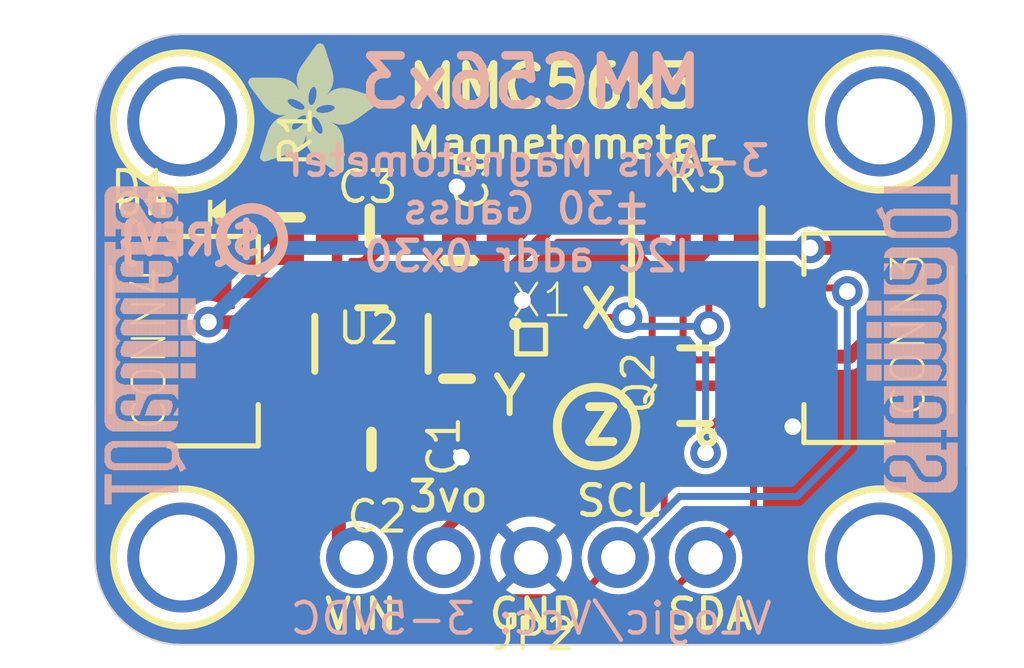
<source format=kicad_pcb>
(kicad_pcb (version 20221018) (generator pcbnew)
  (layers (0 "F.Cu" signal) (31 "B.Cu" signal) (34 "B.Paste" user) (35 "F.Paste" user) (36 "B.SilkS" user "B.Silkscreen") (37 "F.SilkS" user "F.Silkscreen") (38 "B.Mask" user) (39 "F.Mask" user) (44 "Edge.Cuts" user))
  (net 0 "")
  (net 1 "GND")
  (net 2 "3.3V")
  (net 3 "VCC")
  (net 4 "N$1")
  (net 5 "SDA_3V")
  (net 6 "SCL_3V")
  (net 7 "SCL")
  (net 8 "SDA")
  (footprint "working:CHIPLED_0603_NOOUTLINE" (layer "F.Cu") (at 139.3571 101.3206 90)
    (fp_text reference "D1" (at 0.762 -1.27) (layer "F.SilkS") (effects (font (size 0.896031 0.896031) (thickness 0.119969)) (justify right)))
    (fp_text value "GREEN")
    (pad "A" smd rect (at 0 0.75 90) (size 0.8 0.8) (layers "F.Cu" "F.Paste" "F.Mask") (net 4 "N$1"))
    (pad "C" smd rect (at 0 -0.75 90) (size 0.8 0.8) (layers "F.Cu" "F.Paste" "F.Mask") (net 1 "GND"))
  )
  (footprint "working:FIDUCIAL_1MM" (layer "F.Cu") (at 141.2621 108.6866)
    (fp_text reference "FID3" hide)
    (fp_text value "FIDUCIAL_1MM" hide)
    (pad "1" smd roundrect (at 0 0) (size 1 1) (layers "F.Cu" "F.Mask") (roundrect_rratio 0.5))
  )
  (footprint "working:RESPACK_4X0603" (layer "F.Cu") (at 153.3271 102.5906 180)
    (fp_text reference "R3" (at -0.965 2.337) (layer "F.SilkS") (effects (font (size 0.896031 0.896031) (thickness 0.119969)) (justify right)))
    (fp_text value "10K")
    (pad "1" smd rect (at -1.3 0.85 180) (size 0.45 0.9) (layers "F.Cu" "F.Paste" "F.Mask") (net 3 "VCC"))
    (pad "2" smd rect (at -0.4 0.85 180) (size 0.45 0.9) (layers "F.Cu" "F.Paste" "F.Mask") (net 2 "3.3V"))
    (pad "3" smd rect (at 0.4 0.85 180) (size 0.45 0.9) (layers "F.Cu" "F.Paste" "F.Mask") (net 3 "VCC"))
    (pad "4" smd rect (at 1.3 0.85 180) (size 0.45 0.9) (layers "F.Cu" "F.Paste" "F.Mask") (net 2 "3.3V"))
    (pad "5" smd rect (at 1.3 -0.85 180) (size 0.45 0.9) (layers "F.Cu" "F.Paste" "F.Mask") (net 5 "SDA_3V"))
    (pad "6" smd rect (at 0.4 -0.85 180) (size 0.45 0.9) (layers "F.Cu" "F.Paste" "F.Mask") (net 8 "SDA"))
    (pad "7" smd rect (at -0.4 -0.85 180) (size 0.45 0.9) (layers "F.Cu" "F.Paste" "F.Mask") (net 6 "SCL_3V"))
    (pad "8" smd rect (at -1.3 -0.85 180) (size 0.45 0.9) (layers "F.Cu" "F.Paste" "F.Mask") (net 7 "SCL"))
  )
  (footprint "working:MOUNTINGHOLE_2.5_PLATED" (layer "F.Cu") (at 158.6611 98.6536)
    (fp_text reference "U$17" hide)
    (fp_text value "MOUNTINGHOLE2.5" hide)
    (pad "P$1" thru_hole circle (at 0 0) (size 3.2 3.2) (drill 2.5) (layers "*.Cu" "*.Mask"))
    (zone (net 0) (net_name "") (layer "F.Cu") (connect_pads (clearance 0)) (min_thickness 0.25)
      (keepout (tracks not_allowed) (vias not_allowed) (pads not_allowed) (copperpour not_allowed) (footprints allowed))
      (fill (thermal_gap 0.5) (thermal_bridge_width 0.5))
      (polygon (pts (xy 160.6771 98.6536) (xy 160.65748 98.373027) (xy 160.599004 98.097915) (xy 160.502808 97.833619) (xy 160.370765 97.585283) (xy 160.205446 97.35774) (xy 160.010067 97.15542) (xy 159.788433 96.98226) (xy 159.544856 96.841631) (xy 159.284078 96.73627) (xy 159.011175 96.668228) (xy 158.731457 96.638828) (xy 158.450371 96.648644) (xy 158.173385 96.697484) (xy 157.905893 96.784397) (xy 157.6531 96.907693) (xy 157.419926 97.06497) (xy 157.210911 97.253169) (xy 157.030122 97.468625) (xy 156.881078 97.707145) (xy 156.76668 97.964087) (xy 156.689154 98.23445) (xy 156.650011 98.512971) (xy 156.650011 98.794229) (xy 156.689154 99.07275) (xy 156.76668 99.343113) (xy 156.881078 99.600055) (xy 157.030122 99.838575) (xy 157.210911 100.054031) (xy 157.419926 100.24223) (xy 157.6531 100.399507) (xy 157.905893 100.522803) (xy 158.173385 100.609716) (xy 158.450371 100.658556) (xy 158.731457 100.668372) (xy 159.011175 100.638972) (xy 159.284078 100.57093) (xy 159.544856 100.465569) (xy 159.788433 100.32494) (xy 160.010067 100.15178) (xy 160.205446 99.94946) (xy 160.370765 99.721917) (xy 160.502808 99.473581) (xy 160.599004 99.209285) (xy 160.65748 98.934173)))
      (polygon (pts (xy 158.6451 98.6536) (xy 158.649786 98.664914) (xy 158.6611 98.6696) (xy 158.672414 98.664914) (xy 158.6771 98.6536) (xy 158.672414 98.642286) (xy 158.6611 98.6376) (xy 158.649786 98.642286)))
    )
    (zone (net 0) (net_name "") (layer "B.Cu") (connect_pads (clearance 0)) (min_thickness 0.25)
      (keepout (tracks not_allowed) (vias not_allowed) (pads not_allowed) (copperpour not_allowed) (footprints allowed))
      (fill (thermal_gap 0.5) (thermal_bridge_width 0.5))
      (polygon (pts (xy 160.6771 98.6536) (xy 160.65748 98.373027) (xy 160.599004 98.097915) (xy 160.502808 97.833619) (xy 160.370765 97.585283) (xy 160.205446 97.35774) (xy 160.010067 97.15542) (xy 159.788433 96.98226) (xy 159.544856 96.841631) (xy 159.284078 96.73627) (xy 159.011175 96.668228) (xy 158.731457 96.638828) (xy 158.450371 96.648644) (xy 158.173385 96.697484) (xy 157.905893 96.784397) (xy 157.6531 96.907693) (xy 157.419926 97.06497) (xy 157.210911 97.253169) (xy 157.030122 97.468625) (xy 156.881078 97.707145) (xy 156.76668 97.964087) (xy 156.689154 98.23445) (xy 156.650011 98.512971) (xy 156.650011 98.794229) (xy 156.689154 99.07275) (xy 156.76668 99.343113) (xy 156.881078 99.600055) (xy 157.030122 99.838575) (xy 157.210911 100.054031) (xy 157.419926 100.24223) (xy 157.6531 100.399507) (xy 157.905893 100.522803) (xy 158.173385 100.609716) (xy 158.450371 100.658556) (xy 158.731457 100.668372) (xy 159.011175 100.638972) (xy 159.284078 100.57093) (xy 159.544856 100.465569) (xy 159.788433 100.32494) (xy 160.010067 100.15178) (xy 160.205446 99.94946) (xy 160.370765 99.721917) (xy 160.502808 99.473581) (xy 160.599004 99.209285) (xy 160.65748 98.934173)))
      (polygon (pts (xy 158.6451 98.6536) (xy 158.649786 98.664914) (xy 158.6611 98.6696) (xy 158.672414 98.664914) (xy 158.6771 98.6536) (xy 158.672414 98.642286) (xy 158.6611 98.6376) (xy 158.649786 98.642286)))
    )
  )
  (footprint "working:WLP-4" (layer "F.Cu") (at 148.5011 105.0036)
    (fp_text reference "X1" (at -0.635 -1.143) (layer "F.SilkS") (effects (font (size 0.941222 0.941222) (thickness 0.074778)) (justify left)))
    (fp_text value "MMC56X3")
    (pad "1A" smd roundrect (at -0.2 -0.2) (size 0.23 0.23) (layers "F.Cu" "F.Paste" "F.Mask") (roundrect_rratio 0.5) (net 1 "GND"))
    (pad "1B" smd roundrect (at -0.2 0.2) (size 0.23 0.23) (layers "F.Cu" "F.Paste" "F.Mask") (roundrect_rratio 0.5) (net 2 "3.3V"))
    (pad "2A" smd roundrect (at 0.2 -0.2) (size 0.23 0.23) (layers "F.Cu" "F.Paste" "F.Mask") (roundrect_rratio 0.5) (net 6 "SCL_3V"))
    (pad "2B" smd roundrect (at 0.2 0.2) (size 0.23 0.23) (layers "F.Cu" "F.Paste" "F.Mask") (roundrect_rratio 0.5) (net 5 "SDA_3V"))
  )
  (footprint "working:FIDUCIAL_1MM" (layer "F.Cu") (at 156.2481 100.7745)
    (fp_text reference "FID4" hide)
    (fp_text value "FIDUCIAL_1MM" hide)
    (pad "1" smd roundrect (at 0 0) (size 1 1) (layers "F.Cu" "F.Mask") (roundrect_rratio 0.5))
  )
  (footprint "working:JST_SH4" (layer "F.Cu") (at 138.3411 105.0036 -90)
    (fp_text reference "CONN4" (at -2.187 0.958 90) (layer "F.SilkS") (effects (font (size 0.941222 0.941222) (thickness 0.074778)) (justify right)))
    (fp_text value "STEMMA_I2C_QT" hide)
    (pad "1" smd rect (at -1.5 -2.514) (size 1.55 0.6) (layers "F.Cu" "F.Paste" "F.Mask") (net 1 "GND"))
    (pad "2" smd rect (at -0.5 -2.514) (size 1.55 0.6) (layers "F.Cu" "F.Paste" "F.Mask") (net 3 "VCC"))
    (pad "3" smd rect (at 0.5 -2.514) (size 1.55 0.6) (layers "F.Cu" "F.Paste" "F.Mask") (net 8 "SDA"))
    (pad "4" smd rect (at 1.5 -2.514) (size 1.55 0.6) (layers "F.Cu" "F.Paste" "F.Mask") (net 7 "SCL"))
    (pad "MT1" smd rect (at -2.8 1.386) (size 1.8 1.2) (layers "F.Cu" "F.Paste" "F.Mask") (net 1 "GND"))
    (pad "MT2" smd rect (at 2.8 1.386) (size 1.8 1.2) (layers "F.Cu" "F.Paste" "F.Mask") (net 1 "GND"))
  )
  (footprint "working:SOT23-5" (layer "F.Cu") (at 143.8529 105.1306)
    (fp_text reference "U2" (at 0.8922 -0.4572) (layer "F.SilkS") (effects (font (size 0.896031 0.896031) (thickness 0.119969)) (justify right)))
    (fp_text value "AP2112K-3.3")
    (pad "1" smd rect (at -0.95 1.3001) (size 0.55 1.2) (layers "F.Cu" "F.Paste" "F.Mask") (net 3 "VCC"))
    (pad "2" smd rect (at 0 1.3001) (size 0.55 1.2) (layers "F.Cu" "F.Paste" "F.Mask") (net 1 "GND"))
    (pad "3" smd rect (at 0.95 1.3001) (size 0.55 1.2) (layers "F.Cu" "F.Paste" "F.Mask") (net 3 "VCC"))
    (pad "4" smd rect (at 0.95 -1.3001) (size 0.55 1.2) (layers "F.Cu" "F.Paste" "F.Mask"))
    (pad "5" smd rect (at -0.95 -1.3001) (size 0.55 1.2) (layers "F.Cu" "F.Paste" "F.Mask") (net 2 "3.3V"))
  )
  (footprint "working:MOUNTINGHOLE_2.5_PLATED" (layer "F.Cu") (at 138.3411 98.6536)
    (fp_text reference "U$1" hide)
    (fp_text value "MOUNTINGHOLE2.5" hide)
    (pad "P$1" thru_hole circle (at 0 0) (size 3.2 3.2) (drill 2.5) (layers "*.Cu" "*.Mask"))
    (zone (net 0) (net_name "") (layer "F.Cu") (connect_pads (clearance 0)) (min_thickness 0.25)
      (keepout (tracks not_allowed) (vias not_allowed) (pads not_allowed) (copperpour not_allowed) (footprints allowed))
      (fill (thermal_gap 0.5) (thermal_bridge_width 0.5))
      (polygon (pts (xy 140.3571 98.6536) (xy 140.33748 98.373027) (xy 140.279004 98.097915) (xy 140.182808 97.833619) (xy 140.050765 97.585283) (xy 139.885446 97.35774) (xy 139.690067 97.15542) (xy 139.468433 96.98226) (xy 139.224856 96.841631) (xy 138.964078 96.73627) (xy 138.691175 96.668228) (xy 138.411457 96.638828) (xy 138.130371 96.648644) (xy 137.853385 96.697484) (xy 137.585893 96.784397) (xy 137.3331 96.907693) (xy 137.099926 97.06497) (xy 136.890911 97.253169) (xy 136.710122 97.468625) (xy 136.561078 97.707145) (xy 136.44668 97.964087) (xy 136.369154 98.23445) (xy 136.330011 98.512971) (xy 136.330011 98.794229) (xy 136.369154 99.07275) (xy 136.44668 99.343113) (xy 136.561078 99.600055) (xy 136.710122 99.838575) (xy 136.890911 100.054031) (xy 137.099926 100.24223) (xy 137.3331 100.399507) (xy 137.585893 100.522803) (xy 137.853385 100.609716) (xy 138.130371 100.658556) (xy 138.411457 100.668372) (xy 138.691175 100.638972) (xy 138.964078 100.57093) (xy 139.224856 100.465569) (xy 139.468433 100.32494) (xy 139.690067 100.15178) (xy 139.885446 99.94946) (xy 140.050765 99.721917) (xy 140.182808 99.473581) (xy 140.279004 99.209285) (xy 140.33748 98.934173)))
      (polygon (pts (xy 138.3251 98.6536) (xy 138.329786 98.664914) (xy 138.3411 98.6696) (xy 138.352414 98.664914) (xy 138.3571 98.6536) (xy 138.352414 98.642286) (xy 138.3411 98.6376) (xy 138.329786 98.642286)))
    )
    (zone (net 0) (net_name "") (layer "B.Cu") (connect_pads (clearance 0)) (min_thickness 0.25)
      (keepout (tracks not_allowed) (vias not_allowed) (pads not_allowed) (copperpour not_allowed) (footprints allowed))
      (fill (thermal_gap 0.5) (thermal_bridge_width 0.5))
      (polygon (pts (xy 140.3571 98.6536) (xy 140.33748 98.373027) (xy 140.279004 98.097915) (xy 140.182808 97.833619) (xy 140.050765 97.585283) (xy 139.885446 97.35774) (xy 139.690067 97.15542) (xy 139.468433 96.98226) (xy 139.224856 96.841631) (xy 138.964078 96.73627) (xy 138.691175 96.668228) (xy 138.411457 96.638828) (xy 138.130371 96.648644) (xy 137.853385 96.697484) (xy 137.585893 96.784397) (xy 137.3331 96.907693) (xy 137.099926 97.06497) (xy 136.890911 97.253169) (xy 136.710122 97.468625) (xy 136.561078 97.707145) (xy 136.44668 97.964087) (xy 136.369154 98.23445) (xy 136.330011 98.512971) (xy 136.330011 98.794229) (xy 136.369154 99.07275) (xy 136.44668 99.343113) (xy 136.561078 99.600055) (xy 136.710122 99.838575) (xy 136.890911 100.054031) (xy 137.099926 100.24223) (xy 137.3331 100.399507) (xy 137.585893 100.522803) (xy 137.853385 100.609716) (xy 138.130371 100.658556) (xy 138.411457 100.668372) (xy 138.691175 100.638972) (xy 138.964078 100.57093) (xy 139.224856 100.465569) (xy 139.468433 100.32494) (xy 139.690067 100.15178) (xy 139.885446 99.94946) (xy 140.050765 99.721917) (xy 140.182808 99.473581) (xy 140.279004 99.209285) (xy 140.33748 98.934173)))
      (polygon (pts (xy 138.3251 98.6536) (xy 138.329786 98.664914) (xy 138.3411 98.6696) (xy 138.352414 98.664914) (xy 138.3571 98.6536) (xy 138.352414 98.642286) (xy 138.3411 98.6376) (xy 138.329786 98.642286)))
    )
  )
  (footprint "working:ADAFRUIT_3.5MM" (layer "F.Cu") (at 140.2461 100.1776)
    (fp_text reference "U$11" hide)
    (fp_text value "" hide)
  )
  (footprint "working:0603-NO" (layer "F.Cu") (at 141.3891 101.4476 -90)
    (fp_text reference "R1" (at -1.397 -0.254 90) (layer "F.SilkS") (effects (font (size 0.896031 0.896031) (thickness 0.119969)) (justify left)))
    (fp_text value "10K")
    (pad "1" smd rect (at -0.85 0 270) (size 1.075 1) (layers "F.Cu" "F.Paste" "F.Mask") (net 2 "3.3V"))
    (pad "2" smd rect (at 0.85 0 270) (size 1.075 1) (layers "F.Cu" "F.Paste" "F.Mask") (net 4 "N$1"))
  )
  (footprint "working:0805-NO" (layer "F.Cu") (at 143.8021 101.7016)
    (fp_text reference "C3" (at -1.016 -1.143) (layer "F.SilkS") (effects (font (size 0.896031 0.896031) (thickness 0.119969)) (justify left)))
    (fp_text value "10uF")
    (pad "1" smd rect (at -0.95 0) (size 1.24 1.5) (layers "F.Cu" "F.Paste" "F.Mask") (net 2 "3.3V"))
    (pad "2" smd rect (at 0.95 0) (size 1.24 1.5) (layers "F.Cu" "F.Paste" "F.Mask") (net 1 "GND"))
  )
  (footprint "working:MOUNTINGHOLE_2.5_PLATED" (layer "F.Cu") (at 158.6611 111.3536)
    (fp_text reference "U$4" hide)
    (fp_text value "MOUNTINGHOLE2.5" hide)
    (pad "P$1" thru_hole circle (at 0 0) (size 3.2 3.2) (drill 2.5) (layers "*.Cu" "*.Mask"))
    (zone (net 0) (net_name "") (layer "F.Cu") (connect_pads (clearance 0)) (min_thickness 0.25)
      (keepout (tracks not_allowed) (vias not_allowed) (pads not_allowed) (copperpour not_allowed) (footprints allowed))
      (fill (thermal_gap 0.5) (thermal_bridge_width 0.5))
      (polygon (pts (xy 160.6771 111.3536) (xy 160.65748 111.073027) (xy 160.599004 110.797915) (xy 160.502808 110.533619) (xy 160.370765 110.285283) (xy 160.205446 110.05774) (xy 160.010067 109.85542) (xy 159.788433 109.68226) (xy 159.544856 109.541631) (xy 159.284078 109.43627) (xy 159.011175 109.368228) (xy 158.731457 109.338828) (xy 158.450371 109.348644) (xy 158.173385 109.397484) (xy 157.905893 109.484397) (xy 157.6531 109.607693) (xy 157.419926 109.76497) (xy 157.210911 109.953169) (xy 157.030122 110.168625) (xy 156.881078 110.407145) (xy 156.76668 110.664087) (xy 156.689154 110.93445) (xy 156.650011 111.212971) (xy 156.650011 111.494229) (xy 156.689154 111.77275) (xy 156.76668 112.043113) (xy 156.881078 112.300055) (xy 157.030122 112.538575) (xy 157.210911 112.754031) (xy 157.419926 112.94223) (xy 157.6531 113.099507) (xy 157.905893 113.222803) (xy 158.173385 113.309716) (xy 158.450371 113.358556) (xy 158.731457 113.368372) (xy 159.011175 113.338972) (xy 159.284078 113.27093) (xy 159.544856 113.165569) (xy 159.788433 113.02494) (xy 160.010067 112.85178) (xy 160.205446 112.64946) (xy 160.370765 112.421917) (xy 160.502808 112.173581) (xy 160.599004 111.909285) (xy 160.65748 111.634173)))
      (polygon (pts (xy 158.6451 111.3536) (xy 158.649786 111.364914) (xy 158.6611 111.3696) (xy 158.672414 111.364914) (xy 158.6771 111.3536) (xy 158.672414 111.342286) (xy 158.6611 111.3376) (xy 158.649786 111.342286)))
    )
    (zone (net 0) (net_name "") (layer "B.Cu") (connect_pads (clearance 0)) (min_thickness 0.25)
      (keepout (tracks not_allowed) (vias not_allowed) (pads not_allowed) (copperpour not_allowed) (footprints allowed))
      (fill (thermal_gap 0.5) (thermal_bridge_width 0.5))
      (polygon (pts (xy 160.6771 111.3536) (xy 160.65748 111.073027) (xy 160.599004 110.797915) (xy 160.502808 110.533619) (xy 160.370765 110.285283) (xy 160.205446 110.05774) (xy 160.010067 109.85542) (xy 159.788433 109.68226) (xy 159.544856 109.541631) (xy 159.284078 109.43627) (xy 159.011175 109.368228) (xy 158.731457 109.338828) (xy 158.450371 109.348644) (xy 158.173385 109.397484) (xy 157.905893 109.484397) (xy 157.6531 109.607693) (xy 157.419926 109.76497) (xy 157.210911 109.953169) (xy 157.030122 110.168625) (xy 156.881078 110.407145) (xy 156.76668 110.664087) (xy 156.689154 110.93445) (xy 156.650011 111.212971) (xy 156.650011 111.494229) (xy 156.689154 111.77275) (xy 156.76668 112.043113) (xy 156.881078 112.300055) (xy 157.030122 112.538575) (xy 157.210911 112.754031) (xy 157.419926 112.94223) (xy 157.6531 113.099507) (xy 157.905893 113.222803) (xy 158.173385 113.309716) (xy 158.450371 113.358556) (xy 158.731457 113.368372) (xy 159.011175 113.338972) (xy 159.284078 113.27093) (xy 159.544856 113.165569) (xy 159.788433 113.02494) (xy 160.010067 112.85178) (xy 160.205446 112.64946) (xy 160.370765 112.421917) (xy 160.502808 112.173581) (xy 160.599004 111.909285) (xy 160.65748 111.634173)))
      (polygon (pts (xy 158.6451 111.3536) (xy 158.649786 111.364914) (xy 158.6611 111.3696) (xy 158.672414 111.364914) (xy 158.6771 111.3536) (xy 158.672414 111.342286) (xy 158.6611 111.3376) (xy 158.649786 111.342286)))
    )
  )
  (footprint "working:JST_SH4" (layer "F.Cu") (at 158.6611 105.0036 90)
    (fp_text reference "CONN3" (at -2.314 0.831 90) (layer "F.SilkS") (effects (font (size 0.941222 0.941222) (thickness 0.074778)) (justify left)))
    (fp_text value "STEMMA_I2C_QT" hide)
    (pad "1" smd rect (at -1.5 -2.514 180) (size 1.55 0.6) (layers "F.Cu" "F.Paste" "F.Mask") (net 1 "GND"))
    (pad "2" smd rect (at -0.5 -2.514 180) (size 1.55 0.6) (layers "F.Cu" "F.Paste" "F.Mask") (net 3 "VCC"))
    (pad "3" smd rect (at 0.5 -2.514 180) (size 1.55 0.6) (layers "F.Cu" "F.Paste" "F.Mask") (net 8 "SDA"))
    (pad "4" smd rect (at 1.5 -2.514 180) (size 1.55 0.6) (layers "F.Cu" "F.Paste" "F.Mask") (net 7 "SCL"))
    (pad "MT1" smd rect (at -2.8 1.386 180) (size 1.8 1.2) (layers "F.Cu" "F.Paste" "F.Mask") (net 1 "GND"))
    (pad "MT2" smd rect (at 2.8 1.386 180) (size 1.8 1.2) (layers "F.Cu" "F.Paste" "F.Mask") (net 1 "GND"))
  )
  (footprint "working:0603-NO" (layer "F.Cu") (at 146.3421 106.1466 -90)
    (fp_text reference "C1" (at 1.016 0.381 90) (layer "F.SilkS") (effects (font (size 0.896031 0.896031) (thickness 0.119969)) (justify right)))
    (fp_text value "0.1uF")
    (pad "1" smd rect (at -0.85 0 270) (size 1.075 1) (layers "F.Cu" "F.Paste" "F.Mask") (net 2 "3.3V"))
    (pad "2" smd rect (at 0.85 0 270) (size 1.075 1) (layers "F.Cu" "F.Paste" "F.Mask") (net 1 "GND"))
  )
  (footprint "working:1X05_ROUND_70" (layer "F.Cu") (at 148.5011 111.3536)
    (fp_text reference "JP2" (at -1.2192 2.2352) (layer "F.SilkS") (effects (font (size 0.896031 0.896031) (thickness 0.119969)) (justify left)))
    (fp_text value "")
    (pad "1" thru_hole circle (at -5.08 0 90) (size 1.778 1.778) (drill 1) (layers "*.Cu" "*.Mask") (net 3 "VCC"))
    (pad "2" thru_hole circle (at -2.54 0 90) (size 1.778 1.778) (drill 1) (layers "*.Cu" "*.Mask") (net 2 "3.3V"))
    (pad "3" thru_hole circle (at 0 0 90) (size 1.778 1.778) (drill 1) (layers "*.Cu" "*.Mask") (net 1 "GND"))
    (pad "4" thru_hole circle (at 2.54 0 90) (size 1.778 1.778) (drill 1) (layers "*.Cu" "*.Mask") (net 7 "SCL"))
    (pad "5" thru_hole circle (at 5.08 0 90) (size 1.778 1.778) (drill 1) (layers "*.Cu" "*.Mask") (net 8 "SDA"))
  )
  (footprint "working:SOT363" (layer "F.Cu") (at 153.2763 106.3498 90)
    (fp_text reference "Q2" (at -0.889 -1.651 90) (layer "F.SilkS") (effects (font (size 0.896031 0.896031) (thickness 0.119969)) (justify left)))
    (fp_text value "BSS138")
    (pad "1" smd rect (at -0.75 0.9 90) (size 0.5 0.5) (layers "F.Cu" "F.Paste" "F.Mask") (net 6 "SCL_3V"))
    (pad "2" smd rect (at 0 0.9 90) (size 0.4 0.5) (layers "F.Cu" "F.Paste" "F.Mask") (net 2 "3.3V"))
    (pad "3" smd rect (at 0.75 0.9 90) (size 0.5 0.5) (layers "F.Cu" "F.Paste" "F.Mask") (net 8 "SDA"))
    (pad "4" smd rect (at 0.75 -0.9 90) (size 0.5 0.5) (layers "F.Cu" "F.Paste" "F.Mask") (net 5 "SDA_3V"))
    (pad "5" smd rect (at 0 -0.9 90) (size 0.4 0.5) (layers "F.Cu" "F.Paste" "F.Mask") (net 2 "3.3V"))
    (pad "6" smd rect (at -0.75 -0.9 90) (size 0.5 0.5) (layers "F.Cu" "F.Paste" "F.Mask") (net 7 "SCL"))
  )
  (footprint "working:0805-NO" (layer "F.Cu") (at 143.8529 108.204)
    (fp_text reference "C2" (at -0.7874 1.9558) (layer "F.SilkS") (effects (font (size 0.896031 0.896031) (thickness 0.119969)) (justify left)))
    (fp_text value "10uF")
    (pad "1" smd rect (at -0.95 0) (size 1.24 1.5) (layers "F.Cu" "F.Paste" "F.Mask") (net 3 "VCC"))
    (pad "2" smd rect (at 0.95 0) (size 1.24 1.5) (layers "F.Cu" "F.Paste" "F.Mask") (net 1 "GND"))
  )
  (footprint "working:0603-NO" (layer "F.Cu") (at 146.4056 102.7176 90)
    (fp_text reference "C5" (at 1.397 0.381 90) (layer "F.SilkS") (effects (font (size 0.896031 0.896031) (thickness 0.119969)) (justify left)))
    (fp_text value "1uF")
    (pad "1" smd rect (at -0.85 0 90) (size 1.075 1) (layers "F.Cu" "F.Paste" "F.Mask") (net 2 "3.3V"))
    (pad "2" smd rect (at 0.85 0 90) (size 1.075 1) (layers "F.Cu" "F.Paste" "F.Mask") (net 1 "GND"))
  )
  (footprint "working:MOUNTINGHOLE_2.5_PLATED" (layer "F.Cu") (at 138.3411 111.3536)
    (fp_text reference "U$2" hide)
    (fp_text value "MOUNTINGHOLE2.5" hide)
    (pad "P$1" thru_hole circle (at 0 0) (size 3.2 3.2) (drill 2.5) (layers "*.Cu" "*.Mask"))
    (zone (net 0) (net_name "") (layer "F.Cu") (connect_pads (clearance 0)) (min_thickness 0.25)
      (keepout (tracks not_allowed) (vias not_allowed) (pads not_allowed) (copperpour not_allowed) (footprints allowed))
      (fill (thermal_gap 0.5) (thermal_bridge_width 0.5))
      (polygon (pts (xy 140.3571 111.3536) (xy 140.33748 111.073027) (xy 140.279004 110.797915) (xy 140.182808 110.533619) (xy 140.050765 110.285283) (xy 139.885446 110.05774) (xy 139.690067 109.85542) (xy 139.468433 109.68226) (xy 139.224856 109.541631) (xy 138.964078 109.43627) (xy 138.691175 109.368228) (xy 138.411457 109.338828) (xy 138.130371 109.348644) (xy 137.853385 109.397484) (xy 137.585893 109.484397) (xy 137.3331 109.607693) (xy 137.099926 109.76497) (xy 136.890911 109.953169) (xy 136.710122 110.168625) (xy 136.561078 110.407145) (xy 136.44668 110.664087) (xy 136.369154 110.93445) (xy 136.330011 111.212971) (xy 136.330011 111.494229) (xy 136.369154 111.77275) (xy 136.44668 112.043113) (xy 136.561078 112.300055) (xy 136.710122 112.538575) (xy 136.890911 112.754031) (xy 137.099926 112.94223) (xy 137.3331 113.099507) (xy 137.585893 113.222803) (xy 137.853385 113.309716) (xy 138.130371 113.358556) (xy 138.411457 113.368372) (xy 138.691175 113.338972) (xy 138.964078 113.27093) (xy 139.224856 113.165569) (xy 139.468433 113.02494) (xy 139.690067 112.85178) (xy 139.885446 112.64946) (xy 140.050765 112.421917) (xy 140.182808 112.173581) (xy 140.279004 111.909285) (xy 140.33748 111.634173)))
      (polygon (pts (xy 138.3251 111.3536) (xy 138.329786 111.364914) (xy 138.3411 111.3696) (xy 138.352414 111.364914) (xy 138.3571 111.3536) (xy 138.352414 111.342286) (xy 138.3411 111.3376) (xy 138.329786 111.342286)))
    )
    (zone (net 0) (net_name "") (layer "B.Cu") (connect_pads (clearance 0)) (min_thickness 0.25)
      (keepout (tracks not_allowed) (vias not_allowed) (pads not_allowed) (copperpour not_allowed) (footprints allowed))
      (fill (thermal_gap 0.5) (thermal_bridge_width 0.5))
      (polygon (pts (xy 140.3571 111.3536) (xy 140.33748 111.073027) (xy 140.279004 110.797915) (xy 140.182808 110.533619) (xy 140.050765 110.285283) (xy 139.885446 110.05774) (xy 139.690067 109.85542) (xy 139.468433 109.68226) (xy 139.224856 109.541631) (xy 138.964078 109.43627) (xy 138.691175 109.368228) (xy 138.411457 109.338828) (xy 138.130371 109.348644) (xy 137.853385 109.397484) (xy 137.585893 109.484397) (xy 137.3331 109.607693) (xy 137.099926 109.76497) (xy 136.890911 109.953169) (xy 136.710122 110.168625) (xy 136.561078 110.407145) (xy 136.44668 110.664087) (xy 136.369154 110.93445) (xy 136.330011 111.212971) (xy 136.330011 111.494229) (xy 136.369154 111.77275) (xy 136.44668 112.043113) (xy 136.561078 112.300055) (xy 136.710122 112.538575) (xy 136.890911 112.754031) (xy 137.099926 112.94223) (xy 137.3331 113.099507) (xy 137.585893 113.222803) (xy 137.853385 113.309716) (xy 138.130371 113.358556) (xy 138.411457 113.368372) (xy 138.691175 113.338972) (xy 138.964078 113.27093) (xy 139.224856 113.165569) (xy 139.468433 113.02494) (xy 139.690067 112.85178) (xy 139.885446 112.64946) (xy 140.050765 112.421917) (xy 140.182808 112.173581) (xy 140.279004 111.909285) (xy 140.33748 111.634173)))
      (polygon (pts (xy 138.3251 111.3536) (xy 138.329786 111.364914) (xy 138.3411 111.3696) (xy 138.352414 111.364914) (xy 138.3571 111.3536) (xy 138.352414 111.342286) (xy 138.3411 111.3376) (xy 138.329786 111.342286)))
    )
  )
  (footprint "working:PCBFEAT-REV-040" (layer "B.Cu") (at 140.3731 102.0826 180)
    (fp_text reference "U$25" hide)
    (fp_text value "" hide)
    (fp_text user "${REV}" (at -0.3556 -0.508) (layer "B.SilkS") (effects (font (size 0.8128 0.8128) (thickness 0.2032)) (justify left bottom mirror)))
  )
  (footprint "working:STEMMAQT" (layer "B.Cu") (at 138.7221 100.5586 -90)
    (fp_text reference "U$31" hide)
    (fp_text value "" hide)
  )
  (footprint "working:STEMMAQT" (layer "B.Cu") (at 158.2801 109.4486 90)
    (fp_text reference "U$30" hide)
    (fp_text value "" hide)
  )
  (gr_arc (start 150.4071 108.6826) (mid 149.598877 108.347823) (end 149.2641 107.5396) (stroke (width 0.254)) (layer "F.SilkS"))
  (gr_arc (start 150.4071 106.3966) (mid 151.215323 106.731377) (end 151.5501 107.5396) (stroke (width 0.254)) (layer "F.SilkS"))
  (gr_arc (start 151.5501 107.5396) (mid 151.215323 108.347823) (end 150.4071 108.6826) (stroke (width 0.254)) (layer "F.SilkS"))
  (gr_arc (start 149.2641 107.5396) (mid 149.593013 106.725513) (end 150.407101 106.396601) (stroke (width 0.254)) (layer "F.SilkS"))
  (gr_line (start 161.2011 111.3536) (end 161.2011 98.6536) (stroke (width 0.05)) (layer "Edge.Cuts"))
  (gr_line (start 135.8011 98.6536) (end 135.8011 111.3536) (stroke (width 0.05)) (layer "Edge.Cuts"))
  (gr_arc (start 135.8011 98.6536) (mid 136.545049 96.857549) (end 138.3411 96.1136) (stroke (width 0.05)) (layer "Edge.Cuts"))
  (gr_line (start 138.3411 113.8936) (end 158.6611 113.8936) (stroke (width 0.05)) (layer "Edge.Cuts"))
  (gr_arc (start 161.2011 111.3536) (mid 160.457151 113.149651) (end 158.6611 113.8936) (stroke (width 0.05)) (layer "Edge.Cuts"))
  (gr_arc (start 138.3411 113.8936) (mid 136.545049 113.149651) (end 135.8011 111.3536) (stroke (width 0.05)) (layer "Edge.Cuts"))
  (gr_line (start 158.6611 96.1136) (end 138.3411 96.1136) (stroke (width 0.05)) (layer "Edge.Cuts"))
  (gr_arc (start 158.6611 96.1136) (mid 160.457151 96.857549) (end 161.2011 98.6536) (stroke (width 0.05)) (layer "Edge.Cuts"))
  (gr_text "MMC56x3" (at 148.5011 97.5106) (layer "B.SilkS") (effects (font (size 1.42494 1.42494) (thickness 0.25146)) (justify mirror)))
  (gr_text "3-Axis Magnetometer\n±30 Gauss\nI2C addr 0x30" (at 148.3741 101.1936) (layer "B.SilkS") (effects (font (size 0.8636 0.8636) (thickness 0.1524)) (justify mirror)))
  (gr_text "VLogic/Vcc: 3-5VDC" (at 148.5011 113.1316) (layer "B.SilkS") (effects (font (size 0.89408 0.89408) (thickness 0.12192)) (justify mirror)))
  (gr_text "3vo" (at 146.0881 109.5756) (layer "F.SilkS") (effects (font (size 0.87376 0.87376) (thickness 0.14224))))
  (gr_text "GND" (at 148.6281 113.0046) (layer "F.SilkS") (effects (font (size 0.87376 0.87376) (thickness 0.14224))))
  (gr_text "VIN" (at 143.5481 113.0046) (layer "F.SilkS") (effects (font (size 0.87376 0.87376) (thickness 0.14224))))
  (gr_text "Z" (at 149.8941 108.1141) (layer "F.SilkS") (effects (font (size 1.016 1.016) (thickness 0.254)) (justify left bottom)))
  (gr_text "Magnetometer" (at 149.3901 99.2886) (layer "F.SilkS") (effects (font (size 0.8636 0.8636) (thickness 0.1524))))
  (gr_text "SCL" (at 151.0411 109.7026) (layer "F.SilkS") (effects (font (size 0.87376 0.87376) (thickness 0.14224))))
  (gr_text "SDA" (at 153.7081 113.0046) (layer "F.SilkS") (effects (font (size 0.87376 0.87376) (thickness 0.14224))))
  (gr_text "X" (at 151.1086 103.4806) (layer "F.SilkS") (effects (font (size 1.0922 1.0922) (thickness 0.1778)) (justify right top)))
  (gr_text "Y" (at 147.2906 107.2886) (layer "F.SilkS") (effects (font (size 1.0922 1.0922) (thickness 0.1778)) (justify left bottom)))
  (gr_text "MMC56x3" (at 149.1361 97.6376) (layer "F.SilkS") (effects (font (size 1.20904 1.20904) (thickness 0.21336))))
  (gr_text "on" (at 136.3091 101.4476) (layer "F.SilkS") (effects (font (size 0.89408 0.89408) (thickness 0.12192)) (justify left bottom)))
  (segment (start 143.8529 107.254) (end 144.8029 108.204) (width 0.4064) (layer "F.Cu") (net 1))
  (segment (start 148.3011 103.9146) (end 148.2471 103.8606) (width 0.2032) (layer "F.Cu") (net 1))
  (segment (start 143.8529 106.4307) (end 143.8529 107.254) (width 0.4064) (layer "F.Cu") (net 1))
  (segment (start 148.3011 104.8036) (end 148.3011 103.9146) (width 0.2032) (layer "F.Cu") (net 1))
  (via (at 146.3421 100.5586) (size 0.889) (drill 0.4826) (layers "F.Cu" "B.Cu") (net 1))
  (via (at 156.1211 107.5436) (size 0.889) (drill 0.4826) (layers "F.Cu" "B.Cu") (net 1))
  (via (at 146.4691 108.4326) (size 0.889) (drill 0.4826) (layers "F.Cu" "B.Cu") (net 1))
  (via (at 148.2471 103.8606) (size 0.889) (drill 0.4826) (layers "F.Cu" "B.Cu") (net 1))
  (segment (start 142.8521 103.7797) (end 142.9029 103.8305) (width 0.3048) (layer "F.Cu") (net 2))
  (segment (start 146.4056 105.2331) (end 146.3421 105.2966) (width 0.3048) (layer "F.Cu") (net 2))
  (segment (start 152.3111 102.5906) (end 152.0271 102.3066) (width 0.3048) (layer "F.Cu") (net 2))
  (segment (start 152.3763 106.3498) (end 154.1763 106.3498) (width 0.3048) (layer "F.Cu") (net 2))
  (segment (start 153.7271 101.7406) (end 153.7271 102.3176) (width 0.3048) (layer "F.Cu") (net 2))
  (segment (start 147.4851 105.2966) (end 146.3421 105.2966) (width 0.2032) (layer "F.Cu") (net 2))
  (segment (start 147.2701 103.5676) (end 146.4056 103.5676) (width 0.3048) (layer "F.Cu") (net 2))
  (segment (start 148.0693 106.3498) (end 147.4851 105.7656) (width 0.3048) (layer "F.Cu") (net 2))
  (segment (start 148.3011 105.2036) (end 148.2081 105.2966) (width 0.2032) (layer "F.Cu") (net 2))
  (segment (start 146.4056 103.5676) (end 146.4056 105.2331) (width 0.3048) (layer "F.Cu") (net 2))
  (segment (start 148.2471 106.3498) (end 148.0693 106.3498) (width 0.3048) (layer "F.Cu") (net 2))
  (segment (start 148.2081 105.2966) (end 147.4851 105.2966) (width 0.2032) (layer "F.Cu") (net 2))
  (segment (start 142.9029 104.6124) (end 143.0791 104.7886) (width 0.3048) (layer "F.Cu") (net 2))
  (segment (start 153.4541 102.5906) (end 152.3111 102.5906) (width 0.3048) (layer "F.Cu") (net 2))
  (segment (start 145.8341 104.7886) (end 146.3421 105.2966) (width 0.3048) (layer "F.Cu") (net 2))
  (segment (start 149.0971 101.7406) (end 147.2701 103.5676) (width 0.3048) (layer "F.Cu") (net 2))
  (segment (start 142.4931 101.7016) (end 142.8521 101.7016) (width 0.3048) (layer "F.Cu") (net 2))
  (segment (start 142.9029 103.8305) (end 142.9029 104.6124) (width 0.3048) (layer "F.Cu") (net 2))
  (segment (start 152.0271 101.7406) (end 149.0971 101.7406) (width 0.3048) (layer "F.Cu") (net 2))
  (segment (start 142.8521 101.7016) (end 142.8521 103.7797) (width 0.3048) (layer "F.Cu") (net 2))
  (segment (start 147.4851 105.7656) (end 147.4851 105.2966) (width 0.3048) (layer "F.Cu") (net 2))
  (segment (start 153.7271 102.3176) (end 153.4541 102.5906) (width 0.3048) (layer "F.Cu") (net 2))
  (segment (start 148.2471 106.3498) (end 148.2471 108.3056) (width 0.3048) (layer "F.Cu") (net 2))
  (segment (start 145.9611 110.5916) (end 145.9611 111.3536) (width 0.3048) (layer "F.Cu") (net 2))
  (segment (start 152.0271 102.3066) (end 152.0271 101.7406) (width 0.3048) (layer "F.Cu") (net 2))
  (segment (start 145.8341 104.7886) (end 143.0791 104.7886) (width 0.3048) (layer "F.Cu") (net 2))
  (segment (start 148.2471 108.3056) (end 145.9611 110.5916) (width 0.3048) (layer "F.Cu") (net 2))
  (segment (start 141.3891 100.5976) (end 142.4931 101.7016) (width 0.3048) (layer "F.Cu") (net 2))
  (segment (start 152.3763 106.3498) (end 148.2471 106.3498) (width 0.3048) (layer "F.Cu") (net 2))
  (segment (start 143.2043 105.3474) (end 142.9029 105.6488) (width 0.4064) (layer "F.Cu") (net 3))
  (segment (start 153.2001 100.6856) (end 154.3431 100.6856) (width 0.4064) (layer "F.Cu") (net 3))
  (segment (start 157.7801 105.5036) (end 158.5341 104.7496) (width 0.4064) (layer "F.Cu") (net 3))
  (segment (start 155.2231 102.3366) (end 154.6271 101.7406) (width 0.4064) (layer "F.Cu") (net 3))
  (segment (start 154.3431 100.6856) (end 154.6271 100.9696) (width 0.4064) (layer "F.Cu") (net 3))
  (segment (start 139.1111 104.5036) (end 139.1031 104.4956) (width 0.4064) (layer "F.Cu") (net 3))
  (segment (start 141.7577 104.5036) (end 142.9029 105.6488) (width 0.4064) (layer "F.Cu") (net 3))
  (segment (start 154.6271 100.9696) (end 154.6271 101.7406) (width 0.4064) (layer "F.Cu") (net 3))
  (segment (start 158.5341 103.0986) (end 157.7721 102.3366) (width 0.4064) (layer "F.Cu") (net 3))
  (segment (start 158.5341 104.7496) (end 158.5341 103.0986) (width 0.4064) (layer "F.Cu") (net 3))
  (segment (start 142.9029 106.4307) (end 142.9029 108.204) (width 0.4064) (layer "F.Cu") (net 3))
  (segment (start 144.8029 105.5862) (end 144.5641 105.3474) (width 0.4064) (layer "F.Cu") (net 3))
  (segment (start 143.4211 111.3536) (end 142.9029 110.8354) (width 0.4064) (layer "F.Cu") (net 3))
  (segment (start 156.6291 102.3366) (end 155.2231 102.3366) (width 0.4064) (layer "F.Cu") (net 3))
  (segment (start 142.9029 110.8354) (end 142.9029 108.204) (width 0.4064) (layer "F.Cu") (net 3))
  (segment (start 140.8551 104.5036) (end 141.7577 104.5036) (width 0.4064) (layer "F.Cu") (net 3))
  (segment (start 144.5641 105.3474) (end 143.2043 105.3474) (width 0.4064) (layer "F.Cu") (net 3))
  (segment (start 144.8029 106.4307) (end 144.8029 105.5862) (width 0.4064) (layer "F.Cu") (net 3))
  (segment (start 142.9029 105.6488) (end 142.9029 106.4307) (width 0.4064) (layer "F.Cu") (net 3))
  (segment (start 157.7721 102.3366) (end 156.6291 102.3366) (width 0.4064) (layer "F.Cu") (net 3))
  (segment (start 152.9271 100.9586) (end 153.2001 100.6856) (width 0.4064) (layer "F.Cu") (net 3))
  (segment (start 156.1471 105.5036) (end 157.7801 105.5036) (width 0.4064) (layer "F.Cu") (net 3))
  (segment (start 152.9271 101.7406) (end 152.9271 100.9586) (width 0.4064) (layer "F.Cu") (net 3))
  (segment (start 140.8551 104.5036) (end 139.1111 104.5036) (width 0.4064) (layer "F.Cu") (net 3))
  (via (at 156.6291 102.3366) (size 0.889) (drill 0.4826) (layers "F.Cu" "B.Cu") (net 3))
  (via (at 139.1031 104.4956) (size 0.889) (drill 0.4826) (layers "F.Cu" "B.Cu") (net 3))
  (segment (start 139.1031 104.4956) (end 141.2621 102.3366) (width 0.4064) (layer "B.Cu") (net 3))
  (segment (start 141.2621 102.3366) (end 156.6291 102.3366) (width 0.4064) (layer "B.Cu") (net 3))
  (segment (start 141.0841 102.2976) (end 140.1071 101.3206) (width 0.2032) (layer "F.Cu") (net 4))
  (segment (start 141.3891 102.2976) (end 141.0841 102.2976) (width 0.2032) (layer "F.Cu") (net 4))
  (segment (start 151.9821 105.2056) (end 152.3763 105.5998) (width 0.2032) (layer "F.Cu") (net 5))
  (segment (start 152.0271 105.1606) (end 151.9821 105.2056) (width 0.2032) (layer "F.Cu") (net 5))
  (segment (start 151.9801 105.2036) (end 151.9821 105.2056) (width 0.2032) (layer "F.Cu") (net 5))
  (segment (start 152.0271 103.4406) (end 152.0271 105.1606) (width 0.2032) (layer "F.Cu") (net 5))
  (segment (start 148.7011 105.2036) (end 151.9801 105.2036) (width 0.2032) (layer "F.Cu") (net 5))
  (segment (start 149.1361 104.3686) (end 148.7011 104.8036) (width 0.2032) (layer "F.Cu") (net 6))
  (segment (start 151.2951 104.3686) (end 149.1361 104.3686) (width 0.2032) (layer "F.Cu") (net 6))
  (segment (start 154.1763 107.0998) (end 153.5811 107.695) (width 0.2032) (layer "F.Cu") (net 6))
  (segment (start 153.5811 107.695) (end 153.5811 108.3056) (width 0.2032) (layer "F.Cu") (net 6))
  (segment (start 153.7271 103.4406) (end 153.6764 103.4913) (width 0.2032) (layer "F.Cu") (net 6))
  (segment (start 153.6764 103.4913) (end 153.6764 104.6226) (width 0.2032) (layer "F.Cu") (net 6))
  (via (at 151.2951 104.3686) (size 0.889) (drill 0.4826) (layers "F.Cu" "B.Cu") (net 6))
  (via (at 153.5811 108.3056) (size 0.889) (drill 0.4826) (layers "F.Cu" "B.Cu") (net 6))
  (via (at 153.6764 104.6226) (size 0.889) (drill 0.4826) (layers "F.Cu" "B.Cu") (net 6))
  (segment (start 153.6764 104.6226) (end 153.4541 104.6226) (width 0.2032) (layer "B.Cu") (net 6))
  (segment (start 153.5811 104.7496) (end 153.4541 104.6226) (width 0.2032) (layer "B.Cu") (net 6))
  (segment (start 151.5491 104.6226) (end 151.2951 104.3686) (width 0.2032) (layer "B.Cu") (net 6))
  (segment (start 153.4541 104.6226) (end 151.5491 104.6226) (width 0.2032) (layer "B.Cu") (net 6))
  (segment (start 153.5811 108.3056) (end 153.5811 104.7496) (width 0.2032) (layer "B.Cu") (net 6))
  (segment (start 154.6901 103.5036) (end 154.6271 103.4406) (width 0.2032) (layer "F.Cu") (net 7))
  (segment (start 142.7861 112.4966) (end 141.8557 111.5662) (width 0.2032) (layer "F.Cu") (net 7))
  (segment (start 152.3763 107.0998) (end 152.3763 110.0184) (width 0.2032) (layer "F.Cu") (net 7))
  (segment (start 140.6511 106.5036) (end 140.8551 106.5036) (width 0.2032) (layer "F.Cu") (net 7))
  (segment (start 140.109431 109.085425) (end 140.109431 107.045269) (width 0.2032) (layer "F.Cu") (net 7))
  (segment (start 141.8557 111.5662) (end 141.8557 110.831694) (width 0.2032) (layer "F.Cu") (net 7))
  (segment (start 157.6056 103.5036) (end 157.7086 103.6066) (width 0.2032) (layer "F.Cu") (net 7))
  (segment (start 156.1471 103.5036) (end 154.6901 103.5036) (width 0.2032) (layer "F.Cu") (net 7))
  (segment (start 149.8727 112.522) (end 142.937131 112.522) (width 0.2032) (layer "F.Cu") (net 7))
  (segment (start 140.109431 107.045269) (end 140.6511 106.5036) (width 0.2032) (layer "F.Cu") (net 7))
  (segment (start 156.1471 103.5036) (end 157.6056 103.5036) (width 0.2032) (layer "F.Cu") (net 7))
  (segment (start 141.8557 110.831694) (end 140.109431 109.085425) (width 0.2032) (layer "F.Cu") (net 7))
  (segment (start 142.911731 112.4966) (end 142.7861 112.4966) (width 0.2032) (layer "F.Cu") (net 7))
  (segment (start 151.0411 111.3536) (end 149.8727 112.522) (width 0.2032) (layer "F.Cu") (net 7))
  (segment (start 152.3763 110.0184) (end 151.0411 111.3536) (width 0.2032) (layer "F.Cu") (net 7))
  (segment (start 142.937131 112.522) (end 142.911731 112.4966) (width 0.2032) (layer "F.Cu") (net 7))
  (via (at 157.7086 103.6066) (size 0.889) (drill 0.4826) (layers "F.Cu" "B.Cu") (net 7))
  (segment (start 156.2481 109.5756) (end 152.8191 109.5756) (width 0.2032) (layer "B.Cu") (net 7))
  (segment (start 152.8191 109.5756) (end 151.0411 111.3536) (width 0.2032) (layer "B.Cu") (net 7))
  (segment (start 157.7086 108.1151) (end 156.2481 109.5756) (width 0.2032) (layer "B.Cu") (net 7))
  (segment (start 157.7086 103.6066) (end 157.7086 108.1151) (width 0.2032) (layer "B.Cu") (net 7))
  (segment (start 140.4345 105.9242) (end 139.964368 105.9242) (width 0.2032) (layer "F.Cu") (net 8))
  (segment (start 153.2883 105.5998) (end 154.1763 105.5998) (width 0.2032) (layer "F.Cu") (net 8))
  (segment (start 139.964368 105.9242) (end 139.728431 106.160138) (width 0.2032) (layer "F.Cu") (net 8))
  (segment (start 141.4747 110.989513) (end 141.4747 111.724019) (width 0.2032) (layer "F.Cu") (net 8))
  (segment (start 152.9311 105.22355) (end 152.9311 105.2426) (width 0.2032) (layer "F.Cu") (net 8))
  (segment (start 152.0317 112.903) (end 153.5811 111.3536) (width 0.2032) (layer "F.Cu") (net 8))
  (segment (start 142.653681 112.903) (end 152.0317 112.903) (width 0.2032) (layer "F.Cu") (net 8))
  (segment (start 139.728431 109.243244) (end 141.4747 110.989513) (width 0.2032) (layer "F.Cu") (net 8))
  (segment (start 141.4747 111.724019) (end 142.653681 112.903) (width 0.2032) (layer "F.Cu") (net 8))
  (segment (start 154.5583 105.5998) (end 154.9781 106.0196) (width 0.2032) (layer "F.Cu") (net 8))
  (segment (start 152.9271 105.21955) (end 152.9311 105.22355) (width 0.2032) (layer "F.Cu") (net 8))
  (segment (start 139.728431 106.160138) (end 139.728431 109.243244) (width 0.2032) (layer "F.Cu") (net 8))
  (segment (start 156.1471 104.5036) (end 155.2725 104.5036) (width 0.2032) (layer "F.Cu") (net 8))
  (segment (start 155.2725 104.5036) (end 154.1763 105.5998) (width 0.2032) (layer "F.Cu") (net 8))
  (segment (start 154.9781 106.0196) (end 154.9781 109.9566) (width 0.2032) (layer "F.Cu") (net 8))
  (segment (start 152.9271 103.4406) (end 152.9271 105.21955) (width 0.2032) (layer "F.Cu") (net 8))
  (segment (start 152.9311 105.2426) (end 153.2883 105.5998) (width 0.2032) (layer "F.Cu") (net 8))
  (segment (start 154.9781 109.9566) (end 153.5811 111.3536) (width 0.2032) (layer "F.Cu") (net 8))
  (segment (start 140.8551 105.5036) (end 140.4345 105.9242) (width 0.2032) (layer "F.Cu") (net 8))
  (segment (start 154.1763 105.5998) (end 154.5583 105.5998) (width 0.2032) (layer "F.Cu") (net 8))
  (zone (net 1) (net_name "GND") (layer "F.Cu") (priority 6) (connect_pads (clearance 0.000001)) (min_thickness 0.127) (fill yes (thermal_gap 0.304) (thermal_bridge_width 0.304))
    (polygon (pts (xy 161.3281 114.0206) (xy 135.6741 114.0206) (xy 135.6741 95.9866) (xy 161.3281 95.9866)))
  )
  (zone (net 1) (net_name "GND") (layer "B.Cu") (priority 6) (connect_pads (clearance 0.000001)) (min_thickness 0.127) (fill yes (thermal_gap 0.304) (thermal_bridge_width 0.304))
    (polygon (pts (xy 161.3281 114.0206) (xy 135.6741 114.0206) (xy 135.6741 95.9866) (xy 161.3281 95.9866)))
  )
)
</source>
